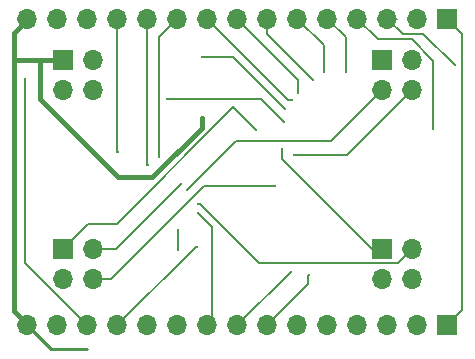
<source format=gbl>
%TF.GenerationSoftware,KiCad,Pcbnew,7.0.1*%
%TF.CreationDate,2023-04-03T23:37:45-04:00*%
%TF.ProjectId,comm_v0p4,636f6d6d-5f76-4307-9034-2e6b69636164,rev?*%
%TF.SameCoordinates,Original*%
%TF.FileFunction,Copper,L2,Bot*%
%TF.FilePolarity,Positive*%
%FSLAX46Y46*%
G04 Gerber Fmt 4.6, Leading zero omitted, Abs format (unit mm)*
G04 Created by KiCad (PCBNEW 7.0.1) date 2023-04-03 23:37:45*
%MOMM*%
%LPD*%
G01*
G04 APERTURE LIST*
%TA.AperFunction,ComponentPad*%
%ADD10O,1.700000X1.700000*%
%TD*%
%TA.AperFunction,ComponentPad*%
%ADD11R,1.700000X1.700000*%
%TD*%
%TA.AperFunction,ViaPad*%
%ADD12C,0.300000*%
%TD*%
%TA.AperFunction,Conductor*%
%ADD13C,0.400000*%
%TD*%
%TA.AperFunction,Conductor*%
%ADD14C,0.200000*%
%TD*%
%TA.AperFunction,Conductor*%
%ADD15C,0.254000*%
%TD*%
G04 APERTURE END LIST*
D10*
%TO.P,J7,4,Pin_4*%
%TO.N,unconnected-(J7-Pin_4-Pad4)*%
X84770000Y-80770000D03*
%TO.P,J7,3,Pin_3*%
%TO.N,GND*%
X82230000Y-80770000D03*
%TO.P,J7,2,Pin_2*%
%TO.N,/B1_CS3*%
X84770000Y-78230000D03*
D11*
%TO.P,J7,1,Pin_1*%
%TO.N,/RESET_DRV3*%
X82230000Y-78230000D03*
%TD*%
%TO.P,J6,1,Pin_1*%
%TO.N,/B1_MOSI*%
X82230000Y-62230000D03*
D10*
%TO.P,J6,2,Pin_2*%
%TO.N,unconnected-(J6-Pin_2-Pad2)*%
X84770000Y-62230000D03*
%TO.P,J6,3,Pin_3*%
%TO.N,/B1_CS2*%
X82230000Y-64770000D03*
%TO.P,J6,4,Pin_4*%
%TO.N,/RESET_DRV2*%
X84770000Y-64770000D03*
%TD*%
D11*
%TO.P,J5,1,Pin_1*%
%TO.N,/B1_MISO*%
X55230000Y-78230000D03*
D10*
%TO.P,J5,2,Pin_2*%
%TO.N,/B1_CS1*%
X57770000Y-78230000D03*
%TO.P,J5,3,Pin_3*%
%TO.N,unconnected-(J5-Pin_3-Pad3)*%
X55230000Y-80770000D03*
%TO.P,J5,4,Pin_4*%
%TO.N,/RESET_DRV1*%
X57770000Y-80770000D03*
%TD*%
D11*
%TO.P,J4,1,Pin_1*%
%TO.N,+5V*%
X55230000Y-62230000D03*
D10*
%TO.P,J4,2,Pin_2*%
%TO.N,/B1_CS0*%
X57770000Y-62230000D03*
%TO.P,J4,3,Pin_3*%
%TO.N,/B1_SCK*%
X55230000Y-64770000D03*
%TO.P,J4,4,Pin_4*%
%TO.N,/RESET_DRV0*%
X57770000Y-64770000D03*
%TD*%
%TO.P,J1,15,Pin_15*%
%TO.N,+5V*%
X52220000Y-84700000D03*
%TO.P,J1,14,Pin_14*%
%TO.N,GND*%
X54760000Y-84700000D03*
%TO.P,J1,13,Pin_13*%
%TO.N,/RESET_MSTR*%
X57300000Y-84700000D03*
%TO.P,J1,12,Pin_12*%
%TO.N,/B0_SCK*%
X59840000Y-84700000D03*
%TO.P,J1,11,Pin_11*%
%TO.N,/B0_MOSI*%
X62380000Y-84700000D03*
%TO.P,J1,10,Pin_10*%
%TO.N,/B0_MISO*%
X64920000Y-84700000D03*
%TO.P,J1,9,Pin_9*%
%TO.N,/B0_CS0*%
X67460000Y-84700000D03*
%TO.P,J1,8,Pin_8*%
%TO.N,/B0_CS1*%
X70000000Y-84700000D03*
%TO.P,J1,7,Pin_7*%
%TO.N,/B0_CS2*%
X72540000Y-84700000D03*
%TO.P,J1,6,Pin_6*%
%TO.N,/B0_CS3*%
X75080000Y-84700000D03*
%TO.P,J1,5,Pin_5*%
%TO.N,/B0_CS4*%
X77620000Y-84700000D03*
%TO.P,J1,4,Pin_4*%
%TO.N,/B0_CS5*%
X80160000Y-84700000D03*
%TO.P,J1,3,Pin_3*%
%TO.N,/B0_CS6*%
X82700000Y-84700000D03*
%TO.P,J1,2,Pin_2*%
%TO.N,/B0_CS7*%
X85240000Y-84700000D03*
D11*
%TO.P,J1,1,Pin_1*%
%TO.N,/EXT_INT0*%
X87780000Y-84700000D03*
%TD*%
%TO.P,J2,1,Pin_1*%
%TO.N,/EXT_INT0*%
X87780000Y-58750000D03*
D10*
%TO.P,J2,2,Pin_2*%
%TO.N,unconnected-(J2-Pin_2-Pad2)*%
X85240000Y-58750000D03*
%TO.P,J2,3,Pin_3*%
%TO.N,/B0_CS7*%
X82700000Y-58750000D03*
%TO.P,J2,4,Pin_4*%
%TO.N,/B0_CS6*%
X80160000Y-58750000D03*
%TO.P,J2,5,Pin_5*%
%TO.N,/B0_CS5*%
X77620000Y-58750000D03*
%TO.P,J2,6,Pin_6*%
%TO.N,/B0_CS4*%
X75080000Y-58750000D03*
%TO.P,J2,7,Pin_7*%
%TO.N,/B0_CS3*%
X72540000Y-58750000D03*
%TO.P,J2,8,Pin_8*%
%TO.N,/B0_CS2*%
X70000000Y-58750000D03*
%TO.P,J2,9,Pin_9*%
%TO.N,/B0_CS1*%
X67460000Y-58750000D03*
%TO.P,J2,10,Pin_10*%
%TO.N,/B0_MISO*%
X64920000Y-58750000D03*
%TO.P,J2,11,Pin_11*%
%TO.N,/B0_MOSI*%
X62380000Y-58750000D03*
%TO.P,J2,12,Pin_12*%
%TO.N,/B0_SCK*%
X59840000Y-58750000D03*
%TO.P,J2,13,Pin_13*%
%TO.N,/RESET_MSTR*%
X57300000Y-58750000D03*
%TO.P,J2,14,Pin_14*%
%TO.N,GND*%
X54760000Y-58750000D03*
%TO.P,J2,15,Pin_15*%
%TO.N,+5V*%
X52220000Y-58750000D03*
%TD*%
D12*
%TO.N,/B0_CS7*%
X88400000Y-62700000D03*
%TO.N,/B0_CS6*%
X86550000Y-68050000D03*
%TO.N,/B0_CS5*%
X79150000Y-63250000D03*
%TO.N,/B0_CS4*%
X77300000Y-63250000D03*
%TO.N,/B0_CS3*%
X76400000Y-63900000D03*
%TO.N,/B0_CS2*%
X75150000Y-65050000D03*
X76050000Y-80450000D03*
%TO.N,/B0_CS1*%
X74650000Y-65600000D03*
X74550000Y-80150000D03*
%TO.N,/RESET_DRV3*%
X73750000Y-69750000D03*
%TO.N,/RESET_DRV2*%
X74750000Y-70250000D03*
%TO.N,/RESET_MSTR*%
X67000000Y-62000000D03*
X74000000Y-66400000D03*
%TO.N,/RESET_DRV0*%
X64000000Y-65550000D03*
X73900000Y-67500000D03*
%TO.N,/B1_CS3*%
X66693051Y-74443051D03*
%TO.N,/B0_MISO*%
X63350000Y-70450000D03*
X64950000Y-76600000D03*
X64928662Y-78338662D03*
%TO.N,+5V*%
X66992500Y-67127055D03*
X57300000Y-86679500D03*
%TO.N,/B0_SCK*%
X59850000Y-70050000D03*
%TO.N,/B1_CS1*%
X65200000Y-72750000D03*
%TO.N,/B0_MOSI*%
X62400000Y-71150000D03*
%TO.N,/RESET_DRV1*%
X73200000Y-72900000D03*
%TO.N,/B1_CS2*%
X65756029Y-73256029D03*
%TO.N,/RESET_MSTR*%
X52050000Y-63850000D03*
%TO.N,/B1_MISO*%
X71565895Y-68165895D03*
%TO.N,/B0_SCK*%
X66550000Y-78050000D03*
%TO.N,/B0_CS0*%
X66671605Y-75171605D03*
%TD*%
D13*
%TO.N,+5V*%
X66992500Y-67127055D02*
X66992500Y-67957500D01*
X66992500Y-67957500D02*
X62766526Y-72183474D01*
X62766526Y-72183474D02*
X59883474Y-72183474D01*
X59883474Y-72183474D02*
X53250000Y-65550000D01*
X53250000Y-65550000D02*
X53250000Y-62230000D01*
D14*
%TO.N,/B0_CS7*%
X88400000Y-62700000D02*
X85746000Y-60046000D01*
X85746000Y-60046000D02*
X83996000Y-60046000D01*
X83996000Y-60046000D02*
X82700000Y-58750000D01*
%TO.N,/B0_CS6*%
X86550000Y-68050000D02*
X86550000Y-62307286D01*
X86550000Y-62307286D02*
X84742714Y-60500000D01*
X84742714Y-60500000D02*
X81910000Y-60500000D01*
X81910000Y-60500000D02*
X80160000Y-58750000D01*
%TO.N,/EXT_INT0*%
X87780000Y-84700000D02*
X89050000Y-83430000D01*
X89050000Y-83430000D02*
X89050000Y-60020000D01*
X89050000Y-60020000D02*
X87780000Y-58750000D01*
%TO.N,/B0_CS5*%
X79150000Y-63250000D02*
X79150000Y-60280000D01*
X79150000Y-60280000D02*
X77620000Y-58750000D01*
%TO.N,/B0_CS4*%
X77300000Y-63250000D02*
X77300000Y-60970000D01*
X77300000Y-60970000D02*
X75080000Y-58750000D01*
%TO.N,/B0_CS3*%
X76400000Y-63900000D02*
X72540000Y-60040000D01*
X72540000Y-60040000D02*
X72540000Y-58750000D01*
%TO.N,/B0_CS2*%
X72540000Y-84700000D02*
X76000000Y-81240000D01*
X76000000Y-81240000D02*
X76000000Y-80500000D01*
X76000000Y-80500000D02*
X76050000Y-80450000D01*
X75150000Y-65050000D02*
X75150000Y-63900000D01*
X75150000Y-63900000D02*
X70000000Y-58750000D01*
%TO.N,/B0_CS1*%
X70000000Y-84700000D02*
X74550000Y-80150000D01*
X74310000Y-65600000D02*
X67460000Y-58750000D01*
X74650000Y-65600000D02*
X74310000Y-65600000D01*
%TO.N,/RESET_DRV3*%
X73750000Y-69750000D02*
X73750000Y-70600000D01*
X73750000Y-70600000D02*
X81380000Y-78230000D01*
X81380000Y-78230000D02*
X82230000Y-78230000D01*
%TO.N,/RESET_DRV2*%
X74750000Y-70250000D02*
X79290000Y-70250000D01*
X79290000Y-70250000D02*
X84770000Y-64770000D01*
%TO.N,/RESET_MSTR*%
X74000000Y-66400000D02*
X69600000Y-62000000D01*
X69600000Y-62000000D02*
X67000000Y-62000000D01*
%TO.N,/RESET_DRV0*%
X73900000Y-67500000D02*
X71950000Y-65550000D01*
X71950000Y-65550000D02*
X64000000Y-65550000D01*
%TO.N,/B1_CS3*%
X71834000Y-79434000D02*
X83566000Y-79434000D01*
X66693051Y-74443051D02*
X66843051Y-74443051D01*
X66843051Y-74443051D02*
X71834000Y-79434000D01*
X83566000Y-79434000D02*
X84770000Y-78230000D01*
%TO.N,/RESET_DRV1*%
X73200000Y-72900000D02*
X67200000Y-72900000D01*
X67200000Y-72900000D02*
X59330000Y-80770000D01*
X59330000Y-80770000D02*
X57770000Y-80770000D01*
%TO.N,/B0_CS0*%
X67460000Y-84700000D02*
X67850000Y-84310000D01*
X67850000Y-76350000D02*
X66671605Y-75171605D01*
X67850000Y-84310000D02*
X67850000Y-76350000D01*
%TO.N,/B0_MISO*%
X64928662Y-78338662D02*
X64928662Y-76621338D01*
X64928662Y-76621338D02*
X64950000Y-76600000D01*
X63350000Y-70450000D02*
X63350000Y-60320000D01*
X63350000Y-60320000D02*
X64920000Y-58750000D01*
D13*
%TO.N,+5V*%
X53250000Y-62230000D02*
X51070000Y-62230000D01*
X55230000Y-62230000D02*
X53250000Y-62230000D01*
D15*
X52220000Y-84700000D02*
X54199500Y-86679500D01*
X54199500Y-86679500D02*
X57300000Y-86679500D01*
D14*
%TO.N,/B0_SCK*%
X59840000Y-70040000D02*
X59840000Y-58750000D01*
X59850000Y-70050000D02*
X59840000Y-70040000D01*
%TO.N,/B1_CS1*%
X65200000Y-72750000D02*
X59720000Y-78230000D01*
X59720000Y-78230000D02*
X57770000Y-78230000D01*
%TO.N,/B0_MOSI*%
X62400000Y-71150000D02*
X62380000Y-71130000D01*
X62380000Y-71130000D02*
X62380000Y-58750000D01*
%TO.N,/B1_CS2*%
X65756029Y-73256029D02*
X69912058Y-69100000D01*
X69912058Y-69100000D02*
X77900000Y-69100000D01*
X77900000Y-69100000D02*
X82230000Y-64770000D01*
D13*
%TO.N,+5V*%
X51050000Y-83530000D02*
X51050000Y-62250000D01*
X51050000Y-62250000D02*
X51050000Y-59920000D01*
X51070000Y-62230000D02*
X51050000Y-62250000D01*
X52220000Y-84700000D02*
X51050000Y-83530000D01*
X51050000Y-59920000D02*
X52220000Y-58750000D01*
D14*
%TO.N,/RESET_MSTR*%
X57300000Y-84700000D02*
X52050000Y-79450000D01*
X52050000Y-79450000D02*
X52050000Y-63850000D01*
%TO.N,/B1_MISO*%
X71565895Y-68165895D02*
X69650000Y-66250000D01*
X69650000Y-66250000D02*
X59800000Y-76100000D01*
X59800000Y-76100000D02*
X57360000Y-76100000D01*
X57360000Y-76100000D02*
X55230000Y-78230000D01*
%TO.N,/B0_SCK*%
X59840000Y-84700000D02*
X66490000Y-78050000D01*
X66490000Y-78050000D02*
X66550000Y-78050000D01*
%TO.N,/B0_CS7*%
X83537286Y-58750000D02*
X82700000Y-58750000D01*
%TD*%
M02*

</source>
